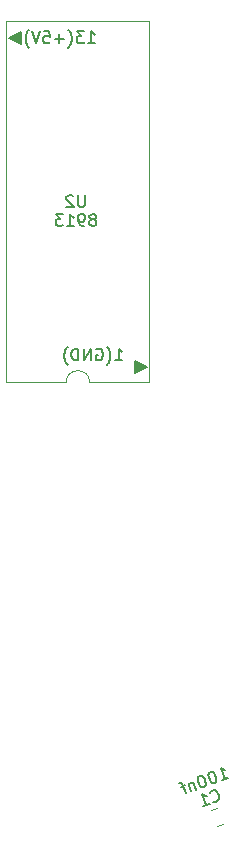
<source format=gbr>
%TF.GenerationSoftware,KiCad,Pcbnew,8.0.3*%
%TF.CreationDate,2024-06-29T11:18:24+02:00*%
%TF.ProjectId,adapter 8913-8910 Angle R,61646170-7465-4722-9038-3931332d3839,rev?*%
%TF.SameCoordinates,Original*%
%TF.FileFunction,Legend,Bot*%
%TF.FilePolarity,Positive*%
%FSLAX46Y46*%
G04 Gerber Fmt 4.6, Leading zero omitted, Abs format (unit mm)*
G04 Created by KiCad (PCBNEW 8.0.3) date 2024-06-29 11:18:24*
%MOMM*%
%LPD*%
G01*
G04 APERTURE LIST*
%ADD10C,0.200000*%
%ADD11C,0.150000*%
%ADD12C,0.120000*%
G04 APERTURE END LIST*
D10*
X127180000Y-53550000D02*
X126180000Y-54050000D01*
X126180000Y-53050000D01*
X127180000Y-53550000D01*
G36*
X127180000Y-53550000D02*
G01*
X126180000Y-54050000D01*
X126180000Y-53050000D01*
X127180000Y-53550000D01*
G37*
X116520000Y-26200000D02*
X115520000Y-25700000D01*
X116520000Y-25200000D01*
X116520000Y-26200000D01*
G36*
X116520000Y-26200000D02*
G01*
X115520000Y-25700000D01*
X116520000Y-25200000D01*
X116520000Y-26200000D01*
G37*
D11*
X133535601Y-88536933D02*
X134072569Y-88341493D01*
X133804085Y-88439213D02*
X133462065Y-87499520D01*
X133462065Y-87499520D02*
X133600420Y-87601188D01*
X133600420Y-87601188D02*
X133722487Y-87658110D01*
X133722487Y-87658110D02*
X133828269Y-87670284D01*
X132611867Y-87808967D02*
X132522372Y-87841540D01*
X132522372Y-87841540D02*
X132449164Y-87918861D01*
X132449164Y-87918861D02*
X132420704Y-87979895D01*
X132420704Y-87979895D02*
X132408530Y-88085676D01*
X132408530Y-88085676D02*
X132428929Y-88280952D01*
X132428929Y-88280952D02*
X132510363Y-88504688D01*
X132510363Y-88504688D02*
X132620257Y-88667390D01*
X132620257Y-88667390D02*
X132697577Y-88740598D01*
X132697577Y-88740598D02*
X132758611Y-88769059D01*
X132758611Y-88769059D02*
X132864392Y-88781233D01*
X132864392Y-88781233D02*
X132953887Y-88748659D01*
X132953887Y-88748659D02*
X133027095Y-88671339D01*
X133027095Y-88671339D02*
X133055555Y-88610305D01*
X133055555Y-88610305D02*
X133067729Y-88504524D01*
X133067729Y-88504524D02*
X133047330Y-88309248D01*
X133047330Y-88309248D02*
X132965897Y-88085512D01*
X132965897Y-88085512D02*
X132856003Y-87922809D01*
X132856003Y-87922809D02*
X132778682Y-87849601D01*
X132778682Y-87849601D02*
X132717648Y-87821141D01*
X132717648Y-87821141D02*
X132611867Y-87808967D01*
X131716921Y-88134700D02*
X131627427Y-88167274D01*
X131627427Y-88167274D02*
X131554219Y-88244594D01*
X131554219Y-88244594D02*
X131525758Y-88305628D01*
X131525758Y-88305628D02*
X131513585Y-88411409D01*
X131513585Y-88411409D02*
X131533984Y-88606685D01*
X131533984Y-88606685D02*
X131615417Y-88830421D01*
X131615417Y-88830421D02*
X131725311Y-88993124D01*
X131725311Y-88993124D02*
X131802632Y-89066332D01*
X131802632Y-89066332D02*
X131863666Y-89094792D01*
X131863666Y-89094792D02*
X131969447Y-89106966D01*
X131969447Y-89106966D02*
X132058942Y-89074393D01*
X132058942Y-89074393D02*
X132132149Y-88997072D01*
X132132149Y-88997072D02*
X132160610Y-88936038D01*
X132160610Y-88936038D02*
X132172784Y-88830257D01*
X132172784Y-88830257D02*
X132152385Y-88634981D01*
X132152385Y-88634981D02*
X132070951Y-88411245D01*
X132070951Y-88411245D02*
X131961057Y-88248543D01*
X131961057Y-88248543D02*
X131883737Y-88175335D01*
X131883737Y-88175335D02*
X131822703Y-88146874D01*
X131822703Y-88146874D02*
X131716921Y-88134700D01*
X131114972Y-88708518D02*
X131342985Y-89334980D01*
X131147545Y-88798012D02*
X131086511Y-88769552D01*
X131086511Y-88769552D02*
X130980730Y-88757378D01*
X130980730Y-88757378D02*
X130846488Y-88806238D01*
X130846488Y-88806238D02*
X130773280Y-88883559D01*
X130773280Y-88883559D02*
X130761106Y-88989340D01*
X130761106Y-88989340D02*
X130940260Y-89481560D01*
X130399015Y-88969105D02*
X130041037Y-89099398D01*
X130492787Y-89644426D02*
X130199627Y-88838976D01*
X130199627Y-88838976D02*
X130122306Y-88765768D01*
X130122306Y-88765768D02*
X130016525Y-88753594D01*
X130016525Y-88753594D02*
X129927031Y-88786167D01*
X122209411Y-26119819D02*
X122780839Y-26119819D01*
X122495125Y-26119819D02*
X122495125Y-25119819D01*
X122495125Y-25119819D02*
X122590363Y-25262676D01*
X122590363Y-25262676D02*
X122685601Y-25357914D01*
X122685601Y-25357914D02*
X122780839Y-25405533D01*
X121876077Y-25119819D02*
X121257030Y-25119819D01*
X121257030Y-25119819D02*
X121590363Y-25500771D01*
X121590363Y-25500771D02*
X121447506Y-25500771D01*
X121447506Y-25500771D02*
X121352268Y-25548390D01*
X121352268Y-25548390D02*
X121304649Y-25596009D01*
X121304649Y-25596009D02*
X121257030Y-25691247D01*
X121257030Y-25691247D02*
X121257030Y-25929342D01*
X121257030Y-25929342D02*
X121304649Y-26024580D01*
X121304649Y-26024580D02*
X121352268Y-26072200D01*
X121352268Y-26072200D02*
X121447506Y-26119819D01*
X121447506Y-26119819D02*
X121733220Y-26119819D01*
X121733220Y-26119819D02*
X121828458Y-26072200D01*
X121828458Y-26072200D02*
X121876077Y-26024580D01*
X120542744Y-26500771D02*
X120590363Y-26453152D01*
X120590363Y-26453152D02*
X120685601Y-26310295D01*
X120685601Y-26310295D02*
X120733220Y-26215057D01*
X120733220Y-26215057D02*
X120780839Y-26072200D01*
X120780839Y-26072200D02*
X120828458Y-25834104D01*
X120828458Y-25834104D02*
X120828458Y-25643628D01*
X120828458Y-25643628D02*
X120780839Y-25405533D01*
X120780839Y-25405533D02*
X120733220Y-25262676D01*
X120733220Y-25262676D02*
X120685601Y-25167438D01*
X120685601Y-25167438D02*
X120590363Y-25024580D01*
X120590363Y-25024580D02*
X120542744Y-24976961D01*
X120161791Y-25738866D02*
X119399887Y-25738866D01*
X119780839Y-26119819D02*
X119780839Y-25357914D01*
X118447506Y-25119819D02*
X118923696Y-25119819D01*
X118923696Y-25119819D02*
X118971315Y-25596009D01*
X118971315Y-25596009D02*
X118923696Y-25548390D01*
X118923696Y-25548390D02*
X118828458Y-25500771D01*
X118828458Y-25500771D02*
X118590363Y-25500771D01*
X118590363Y-25500771D02*
X118495125Y-25548390D01*
X118495125Y-25548390D02*
X118447506Y-25596009D01*
X118447506Y-25596009D02*
X118399887Y-25691247D01*
X118399887Y-25691247D02*
X118399887Y-25929342D01*
X118399887Y-25929342D02*
X118447506Y-26024580D01*
X118447506Y-26024580D02*
X118495125Y-26072200D01*
X118495125Y-26072200D02*
X118590363Y-26119819D01*
X118590363Y-26119819D02*
X118828458Y-26119819D01*
X118828458Y-26119819D02*
X118923696Y-26072200D01*
X118923696Y-26072200D02*
X118971315Y-26024580D01*
X118114172Y-25119819D02*
X117780839Y-26119819D01*
X117780839Y-26119819D02*
X117447506Y-25119819D01*
X117209410Y-26500771D02*
X117161791Y-26453152D01*
X117161791Y-26453152D02*
X117066553Y-26310295D01*
X117066553Y-26310295D02*
X117018934Y-26215057D01*
X117018934Y-26215057D02*
X116971315Y-26072200D01*
X116971315Y-26072200D02*
X116923696Y-25834104D01*
X116923696Y-25834104D02*
X116923696Y-25643628D01*
X116923696Y-25643628D02*
X116971315Y-25405533D01*
X116971315Y-25405533D02*
X117018934Y-25262676D01*
X117018934Y-25262676D02*
X117066553Y-25167438D01*
X117066553Y-25167438D02*
X117161791Y-25024580D01*
X117161791Y-25024580D02*
X117209410Y-24976961D01*
X124519411Y-52979819D02*
X125090839Y-52979819D01*
X124805125Y-52979819D02*
X124805125Y-51979819D01*
X124805125Y-51979819D02*
X124900363Y-52122676D01*
X124900363Y-52122676D02*
X124995601Y-52217914D01*
X124995601Y-52217914D02*
X125090839Y-52265533D01*
X123805125Y-53360771D02*
X123852744Y-53313152D01*
X123852744Y-53313152D02*
X123947982Y-53170295D01*
X123947982Y-53170295D02*
X123995601Y-53075057D01*
X123995601Y-53075057D02*
X124043220Y-52932200D01*
X124043220Y-52932200D02*
X124090839Y-52694104D01*
X124090839Y-52694104D02*
X124090839Y-52503628D01*
X124090839Y-52503628D02*
X124043220Y-52265533D01*
X124043220Y-52265533D02*
X123995601Y-52122676D01*
X123995601Y-52122676D02*
X123947982Y-52027438D01*
X123947982Y-52027438D02*
X123852744Y-51884580D01*
X123852744Y-51884580D02*
X123805125Y-51836961D01*
X122900363Y-52027438D02*
X122995601Y-51979819D01*
X122995601Y-51979819D02*
X123138458Y-51979819D01*
X123138458Y-51979819D02*
X123281315Y-52027438D01*
X123281315Y-52027438D02*
X123376553Y-52122676D01*
X123376553Y-52122676D02*
X123424172Y-52217914D01*
X123424172Y-52217914D02*
X123471791Y-52408390D01*
X123471791Y-52408390D02*
X123471791Y-52551247D01*
X123471791Y-52551247D02*
X123424172Y-52741723D01*
X123424172Y-52741723D02*
X123376553Y-52836961D01*
X123376553Y-52836961D02*
X123281315Y-52932200D01*
X123281315Y-52932200D02*
X123138458Y-52979819D01*
X123138458Y-52979819D02*
X123043220Y-52979819D01*
X123043220Y-52979819D02*
X122900363Y-52932200D01*
X122900363Y-52932200D02*
X122852744Y-52884580D01*
X122852744Y-52884580D02*
X122852744Y-52551247D01*
X122852744Y-52551247D02*
X123043220Y-52551247D01*
X122424172Y-52979819D02*
X122424172Y-51979819D01*
X122424172Y-51979819D02*
X121852744Y-52979819D01*
X121852744Y-52979819D02*
X121852744Y-51979819D01*
X121376553Y-52979819D02*
X121376553Y-51979819D01*
X121376553Y-51979819D02*
X121138458Y-51979819D01*
X121138458Y-51979819D02*
X120995601Y-52027438D01*
X120995601Y-52027438D02*
X120900363Y-52122676D01*
X120900363Y-52122676D02*
X120852744Y-52217914D01*
X120852744Y-52217914D02*
X120805125Y-52408390D01*
X120805125Y-52408390D02*
X120805125Y-52551247D01*
X120805125Y-52551247D02*
X120852744Y-52741723D01*
X120852744Y-52741723D02*
X120900363Y-52836961D01*
X120900363Y-52836961D02*
X120995601Y-52932200D01*
X120995601Y-52932200D02*
X121138458Y-52979819D01*
X121138458Y-52979819D02*
X121376553Y-52979819D01*
X120471791Y-53360771D02*
X120424172Y-53313152D01*
X120424172Y-53313152D02*
X120328934Y-53170295D01*
X120328934Y-53170295D02*
X120281315Y-53075057D01*
X120281315Y-53075057D02*
X120233696Y-52932200D01*
X120233696Y-52932200D02*
X120186077Y-52694104D01*
X120186077Y-52694104D02*
X120186077Y-52503628D01*
X120186077Y-52503628D02*
X120233696Y-52265533D01*
X120233696Y-52265533D02*
X120281315Y-52122676D01*
X120281315Y-52122676D02*
X120328934Y-52027438D01*
X120328934Y-52027438D02*
X120424172Y-51884580D01*
X120424172Y-51884580D02*
X120471791Y-51836961D01*
X121951904Y-38999875D02*
X121951904Y-39809398D01*
X121951904Y-39809398D02*
X121904285Y-39904636D01*
X121904285Y-39904636D02*
X121856666Y-39952256D01*
X121856666Y-39952256D02*
X121761428Y-39999875D01*
X121761428Y-39999875D02*
X121570952Y-39999875D01*
X121570952Y-39999875D02*
X121475714Y-39952256D01*
X121475714Y-39952256D02*
X121428095Y-39904636D01*
X121428095Y-39904636D02*
X121380476Y-39809398D01*
X121380476Y-39809398D02*
X121380476Y-38999875D01*
X120951904Y-39095113D02*
X120904285Y-39047494D01*
X120904285Y-39047494D02*
X120809047Y-38999875D01*
X120809047Y-38999875D02*
X120570952Y-38999875D01*
X120570952Y-38999875D02*
X120475714Y-39047494D01*
X120475714Y-39047494D02*
X120428095Y-39095113D01*
X120428095Y-39095113D02*
X120380476Y-39190351D01*
X120380476Y-39190351D02*
X120380476Y-39285589D01*
X120380476Y-39285589D02*
X120428095Y-39428446D01*
X120428095Y-39428446D02*
X120999523Y-39999875D01*
X120999523Y-39999875D02*
X120380476Y-39999875D01*
X122713809Y-41038390D02*
X122809047Y-40990771D01*
X122809047Y-40990771D02*
X122856666Y-40943152D01*
X122856666Y-40943152D02*
X122904285Y-40847914D01*
X122904285Y-40847914D02*
X122904285Y-40800295D01*
X122904285Y-40800295D02*
X122856666Y-40705057D01*
X122856666Y-40705057D02*
X122809047Y-40657438D01*
X122809047Y-40657438D02*
X122713809Y-40609819D01*
X122713809Y-40609819D02*
X122523333Y-40609819D01*
X122523333Y-40609819D02*
X122428095Y-40657438D01*
X122428095Y-40657438D02*
X122380476Y-40705057D01*
X122380476Y-40705057D02*
X122332857Y-40800295D01*
X122332857Y-40800295D02*
X122332857Y-40847914D01*
X122332857Y-40847914D02*
X122380476Y-40943152D01*
X122380476Y-40943152D02*
X122428095Y-40990771D01*
X122428095Y-40990771D02*
X122523333Y-41038390D01*
X122523333Y-41038390D02*
X122713809Y-41038390D01*
X122713809Y-41038390D02*
X122809047Y-41086009D01*
X122809047Y-41086009D02*
X122856666Y-41133628D01*
X122856666Y-41133628D02*
X122904285Y-41228866D01*
X122904285Y-41228866D02*
X122904285Y-41419342D01*
X122904285Y-41419342D02*
X122856666Y-41514580D01*
X122856666Y-41514580D02*
X122809047Y-41562200D01*
X122809047Y-41562200D02*
X122713809Y-41609819D01*
X122713809Y-41609819D02*
X122523333Y-41609819D01*
X122523333Y-41609819D02*
X122428095Y-41562200D01*
X122428095Y-41562200D02*
X122380476Y-41514580D01*
X122380476Y-41514580D02*
X122332857Y-41419342D01*
X122332857Y-41419342D02*
X122332857Y-41228866D01*
X122332857Y-41228866D02*
X122380476Y-41133628D01*
X122380476Y-41133628D02*
X122428095Y-41086009D01*
X122428095Y-41086009D02*
X122523333Y-41038390D01*
X121856666Y-41609819D02*
X121666190Y-41609819D01*
X121666190Y-41609819D02*
X121570952Y-41562200D01*
X121570952Y-41562200D02*
X121523333Y-41514580D01*
X121523333Y-41514580D02*
X121428095Y-41371723D01*
X121428095Y-41371723D02*
X121380476Y-41181247D01*
X121380476Y-41181247D02*
X121380476Y-40800295D01*
X121380476Y-40800295D02*
X121428095Y-40705057D01*
X121428095Y-40705057D02*
X121475714Y-40657438D01*
X121475714Y-40657438D02*
X121570952Y-40609819D01*
X121570952Y-40609819D02*
X121761428Y-40609819D01*
X121761428Y-40609819D02*
X121856666Y-40657438D01*
X121856666Y-40657438D02*
X121904285Y-40705057D01*
X121904285Y-40705057D02*
X121951904Y-40800295D01*
X121951904Y-40800295D02*
X121951904Y-41038390D01*
X121951904Y-41038390D02*
X121904285Y-41133628D01*
X121904285Y-41133628D02*
X121856666Y-41181247D01*
X121856666Y-41181247D02*
X121761428Y-41228866D01*
X121761428Y-41228866D02*
X121570952Y-41228866D01*
X121570952Y-41228866D02*
X121475714Y-41181247D01*
X121475714Y-41181247D02*
X121428095Y-41133628D01*
X121428095Y-41133628D02*
X121380476Y-41038390D01*
X120428095Y-41609819D02*
X120999523Y-41609819D01*
X120713809Y-41609819D02*
X120713809Y-40609819D01*
X120713809Y-40609819D02*
X120809047Y-40752676D01*
X120809047Y-40752676D02*
X120904285Y-40847914D01*
X120904285Y-40847914D02*
X120999523Y-40895533D01*
X120094761Y-40609819D02*
X119475714Y-40609819D01*
X119475714Y-40609819D02*
X119809047Y-40990771D01*
X119809047Y-40990771D02*
X119666190Y-40990771D01*
X119666190Y-40990771D02*
X119570952Y-41038390D01*
X119570952Y-41038390D02*
X119523333Y-41086009D01*
X119523333Y-41086009D02*
X119475714Y-41181247D01*
X119475714Y-41181247D02*
X119475714Y-41419342D01*
X119475714Y-41419342D02*
X119523333Y-41514580D01*
X119523333Y-41514580D02*
X119570952Y-41562200D01*
X119570952Y-41562200D02*
X119666190Y-41609819D01*
X119666190Y-41609819D02*
X119951904Y-41609819D01*
X119951904Y-41609819D02*
X120047142Y-41562200D01*
X120047142Y-41562200D02*
X120094761Y-41514580D01*
X132821272Y-90338569D02*
X132882306Y-90367029D01*
X132882306Y-90367029D02*
X133032835Y-90362917D01*
X133032835Y-90362917D02*
X133122329Y-90330343D01*
X133122329Y-90330343D02*
X133240285Y-90236736D01*
X133240285Y-90236736D02*
X133297206Y-90114668D01*
X133297206Y-90114668D02*
X133309380Y-90008887D01*
X133309380Y-90008887D02*
X133288980Y-89813611D01*
X133288980Y-89813611D02*
X133240120Y-89679369D01*
X133240120Y-89679369D02*
X133130226Y-89516667D01*
X133130226Y-89516667D02*
X133052906Y-89443459D01*
X133052906Y-89443459D02*
X132930838Y-89386538D01*
X132930838Y-89386538D02*
X132780309Y-89390651D01*
X132780309Y-89390651D02*
X132690815Y-89423224D01*
X132690815Y-89423224D02*
X132572860Y-89516831D01*
X132572860Y-89516831D02*
X132544399Y-89577865D01*
X131958900Y-90753797D02*
X132495868Y-90558357D01*
X132227384Y-90656077D02*
X131885364Y-89716384D01*
X131885364Y-89716384D02*
X132023718Y-89818053D01*
X132023718Y-89818053D02*
X132145786Y-89874974D01*
X132145786Y-89874974D02*
X132251568Y-89887148D01*
D12*
%TO.C,*%
X115290000Y-24250000D02*
X115290000Y-54850000D01*
X115290000Y-54850000D02*
X120350000Y-54850000D01*
X122350000Y-54850000D02*
X127410000Y-54850000D01*
X127410000Y-24250000D02*
X115290000Y-24250000D01*
X127410000Y-54850000D02*
X127410000Y-24250000D01*
X120350000Y-54850000D02*
G75*
G02*
X122350000Y-54850000I1000000J0D01*
G01*
%TO.C,C1*%
X132619388Y-91035040D02*
X133110380Y-90856334D01*
X133122156Y-92416388D02*
X133613148Y-92237682D01*
%TD*%
M02*

</source>
